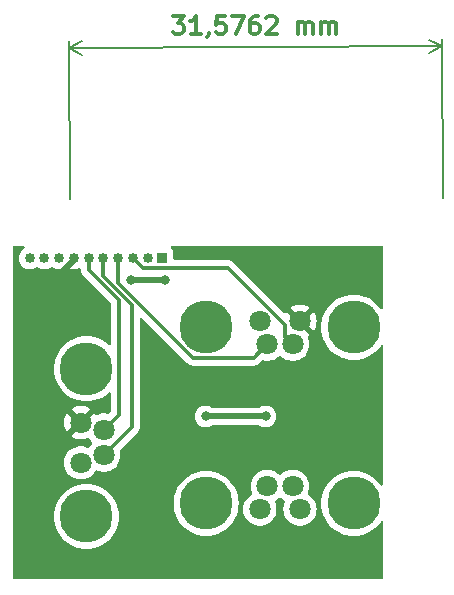
<source format=gbr>
%TF.GenerationSoftware,KiCad,Pcbnew,7.0.8*%
%TF.CreationDate,2023-11-09T12:15:27+01:00*%
%TF.ProjectId,travel_pressure_pcb,74726176-656c-45f7-9072-657373757265,rev?*%
%TF.SameCoordinates,Original*%
%TF.FileFunction,Copper,L2,Bot*%
%TF.FilePolarity,Positive*%
%FSLAX46Y46*%
G04 Gerber Fmt 4.6, Leading zero omitted, Abs format (unit mm)*
G04 Created by KiCad (PCBNEW 7.0.8) date 2023-11-09 12:15:27*
%MOMM*%
%LPD*%
G01*
G04 APERTURE LIST*
%ADD10C,0.300000*%
%TA.AperFunction,NonConductor*%
%ADD11C,0.300000*%
%TD*%
%TA.AperFunction,NonConductor*%
%ADD12C,0.200000*%
%TD*%
%TA.AperFunction,ComponentPad*%
%ADD13C,1.800000*%
%TD*%
%TA.AperFunction,ComponentPad*%
%ADD14C,4.500000*%
%TD*%
%TA.AperFunction,ComponentPad*%
%ADD15R,0.850000X0.850000*%
%TD*%
%TA.AperFunction,ComponentPad*%
%ADD16C,0.850000*%
%TD*%
%TA.AperFunction,ViaPad*%
%ADD17C,0.800000*%
%TD*%
%TA.AperFunction,Conductor*%
%ADD18C,0.500000*%
%TD*%
%TA.AperFunction,Conductor*%
%ADD19C,0.300000*%
%TD*%
G04 APERTURE END LIST*
D10*
D11*
X114057942Y-53257993D02*
X114986507Y-53254486D01*
X114986507Y-53254486D02*
X114488668Y-53827799D01*
X114488668Y-53827799D02*
X114702953Y-53826990D01*
X114702953Y-53826990D02*
X114846079Y-53897878D01*
X114846079Y-53897878D02*
X114917776Y-53969037D01*
X114917776Y-53969037D02*
X114989744Y-54111623D01*
X114989744Y-54111623D02*
X114991093Y-54468763D01*
X114991093Y-54468763D02*
X114920204Y-54611889D01*
X114920204Y-54611889D02*
X114849046Y-54683587D01*
X114849046Y-54683587D02*
X114706459Y-54755554D01*
X114706459Y-54755554D02*
X114277891Y-54757173D01*
X114277891Y-54757173D02*
X114134765Y-54686284D01*
X114134765Y-54686284D02*
X114063067Y-54615126D01*
X116420733Y-54749080D02*
X115563596Y-54752317D01*
X115992164Y-54750699D02*
X115986499Y-53250710D01*
X115986499Y-53250710D02*
X115844452Y-53465533D01*
X115844452Y-53465533D02*
X115702136Y-53608929D01*
X115702136Y-53608929D02*
X115559549Y-53680896D01*
X117134743Y-54674955D02*
X117135013Y-54746383D01*
X117135013Y-54746383D02*
X117064124Y-54889509D01*
X117064124Y-54889509D02*
X116992966Y-54961206D01*
X118486481Y-53241268D02*
X117772201Y-53243966D01*
X117772201Y-53243966D02*
X117703470Y-53958516D01*
X117703470Y-53958516D02*
X117774628Y-53886818D01*
X117774628Y-53886818D02*
X117917215Y-53814851D01*
X117917215Y-53814851D02*
X118274355Y-53813502D01*
X118274355Y-53813502D02*
X118417481Y-53884390D01*
X118417481Y-53884390D02*
X118489179Y-53955549D01*
X118489179Y-53955549D02*
X118561146Y-54098135D01*
X118561146Y-54098135D02*
X118562495Y-54455275D01*
X118562495Y-54455275D02*
X118491607Y-54598401D01*
X118491607Y-54598401D02*
X118420448Y-54670099D01*
X118420448Y-54670099D02*
X118277862Y-54742067D01*
X118277862Y-54742067D02*
X117920722Y-54743415D01*
X117920722Y-54743415D02*
X117777596Y-54672527D01*
X117777596Y-54672527D02*
X117705898Y-54601369D01*
X119057905Y-53239110D02*
X120057898Y-53235334D01*
X120057898Y-53235334D02*
X119420711Y-54737751D01*
X121272175Y-53230748D02*
X120986463Y-53231827D01*
X120986463Y-53231827D02*
X120843876Y-53303794D01*
X120843876Y-53303794D02*
X120772718Y-53375492D01*
X120772718Y-53375492D02*
X120630671Y-53590316D01*
X120630671Y-53590316D02*
X120560322Y-53876298D01*
X120560322Y-53876298D02*
X120562480Y-54447722D01*
X120562480Y-54447722D02*
X120634448Y-54590309D01*
X120634448Y-54590309D02*
X120706145Y-54661467D01*
X120706145Y-54661467D02*
X120849271Y-54732355D01*
X120849271Y-54732355D02*
X121134984Y-54731276D01*
X121134984Y-54731276D02*
X121277570Y-54659309D01*
X121277570Y-54659309D02*
X121348728Y-54587611D01*
X121348728Y-54587611D02*
X121419617Y-54444485D01*
X121419617Y-54444485D02*
X121418268Y-54087345D01*
X121418268Y-54087345D02*
X121346300Y-53944759D01*
X121346300Y-53944759D02*
X121274603Y-53873600D01*
X121274603Y-53873600D02*
X121131477Y-53802712D01*
X121131477Y-53802712D02*
X120845765Y-53803791D01*
X120845765Y-53803791D02*
X120703178Y-53875758D01*
X120703178Y-53875758D02*
X120632020Y-53947456D01*
X120632020Y-53947456D02*
X120561131Y-54090582D01*
X121986995Y-53370906D02*
X122058153Y-53299208D01*
X122058153Y-53299208D02*
X122200739Y-53227241D01*
X122200739Y-53227241D02*
X122557880Y-53225892D01*
X122557880Y-53225892D02*
X122701005Y-53296781D01*
X122701005Y-53296781D02*
X122772703Y-53367939D01*
X122772703Y-53367939D02*
X122844671Y-53510525D01*
X122844671Y-53510525D02*
X122845210Y-53653381D01*
X122845210Y-53653381D02*
X122774592Y-53867935D01*
X122774592Y-53867935D02*
X121920692Y-54728309D01*
X121920692Y-54728309D02*
X122849257Y-54724802D01*
X124634958Y-54718058D02*
X124631181Y-53718066D01*
X124631721Y-53860922D02*
X124702879Y-53789224D01*
X124702879Y-53789224D02*
X124845465Y-53717256D01*
X124845465Y-53717256D02*
X125059749Y-53716447D01*
X125059749Y-53716447D02*
X125202875Y-53787336D01*
X125202875Y-53787336D02*
X125274843Y-53929922D01*
X125274843Y-53929922D02*
X125277810Y-54715631D01*
X125274843Y-53929922D02*
X125345731Y-53786796D01*
X125345731Y-53786796D02*
X125488318Y-53714829D01*
X125488318Y-53714829D02*
X125702602Y-53714019D01*
X125702602Y-53714019D02*
X125845728Y-53784908D01*
X125845728Y-53784908D02*
X125917695Y-53927494D01*
X125917695Y-53927494D02*
X125920663Y-54713203D01*
X126634943Y-54710505D02*
X126631167Y-53710512D01*
X126631706Y-53853369D02*
X126702865Y-53781671D01*
X126702865Y-53781671D02*
X126845451Y-53709703D01*
X126845451Y-53709703D02*
X127059735Y-53708894D01*
X127059735Y-53708894D02*
X127202861Y-53779782D01*
X127202861Y-53779782D02*
X127274829Y-53922369D01*
X127274829Y-53922369D02*
X127277796Y-54708078D01*
X127274829Y-53922369D02*
X127345717Y-53779243D01*
X127345717Y-53779243D02*
X127488304Y-53707275D01*
X127488304Y-53707275D02*
X127702588Y-53706466D01*
X127702588Y-53706466D02*
X127845714Y-53777355D01*
X127845714Y-53777355D02*
X127917681Y-53919941D01*
X127917681Y-53919941D02*
X127920649Y-54705650D01*
D12*
X105328112Y-68707254D02*
X105277578Y-55326419D01*
X136904112Y-68588004D02*
X136853578Y-55207169D01*
X105279792Y-55912835D02*
X136855792Y-55793585D01*
X105279792Y-55912835D02*
X136855792Y-55793585D01*
X105279792Y-55912835D02*
X106404073Y-55322164D01*
X105279792Y-55912835D02*
X106408502Y-56494997D01*
X136855792Y-55793585D02*
X135731511Y-56384256D01*
X136855792Y-55793585D02*
X135727082Y-55211423D01*
D13*
%TO.P,J2,1,1*%
%TO.N,GND*%
X106254000Y-91040000D03*
%TO.P,J2,2,2*%
%TO.N,TRAVEL_FRONT_SENSOR*%
X108204000Y-90415000D03*
%TO.P,J2,3,3*%
%TO.N,+3.3VA*%
X106254000Y-87640000D03*
%TO.P,J2,4,4*%
%TO.N,TRAVEL_REAR_SENSOR*%
X108204000Y-88265000D03*
D14*
%TO.P,J2,MH1,MH1*%
%TO.N,GND*%
X106754000Y-95590000D03*
%TO.P,J2,MH2,MH2*%
X106754000Y-83090000D03*
%TD*%
D13*
%TO.P,J1,1,1*%
%TO.N,GND*%
X124831000Y-94979000D03*
%TO.P,J1,2,2*%
%TO.N,PRESSURE_FRONT_SENSOR*%
X124206000Y-93029000D03*
%TO.P,J1,3,3*%
%TO.N,+5VA*%
X121431000Y-94979000D03*
%TO.P,J1,4,4*%
%TO.N,PRESSURE_REAR_SENSOR*%
X122056000Y-93029000D03*
D14*
%TO.P,J1,MH1,MH1*%
%TO.N,GND*%
X129381000Y-94479000D03*
%TO.P,J1,MH2,MH2*%
X116881000Y-94479000D03*
%TD*%
D13*
%TO.P,J3,1,1*%
%TO.N,GND*%
X121431000Y-79067000D03*
%TO.P,J3,2,2*%
%TO.N,BRAKE_SENSOR_LEFT*%
X122056000Y-81017000D03*
%TO.P,J3,3,3*%
%TO.N,+3.3VA*%
X124831000Y-79067000D03*
%TO.P,J3,4,4*%
%TO.N,BRAKE_SENSOR_RIGHT*%
X124206000Y-81017000D03*
D14*
%TO.P,J3,MH1,MH1*%
%TO.N,GND*%
X116881000Y-79567000D03*
%TO.P,J3,MH2,MH2*%
X129381000Y-79567000D03*
%TD*%
D15*
%TO.P,J4,1,1*%
%TO.N,GND*%
X113186750Y-73729000D03*
D16*
%TO.P,J4,2,2*%
%TO.N,+5VA*%
X111936750Y-73729000D03*
%TO.P,J4,3,3*%
%TO.N,BRAKE_SENSOR_RIGHT*%
X110686750Y-73729000D03*
%TO.P,J4,4,4*%
%TO.N,BRAKE_SENSOR_LEFT*%
X109436750Y-73729000D03*
%TO.P,J4,5,5*%
%TO.N,TRAVEL_FRONT_SENSOR*%
X108186750Y-73729000D03*
%TO.P,J4,6,6*%
%TO.N,TRAVEL_REAR_SENSOR*%
X106936750Y-73729000D03*
%TO.P,J4,7,7*%
%TO.N,+3.3VA*%
X105686750Y-73729000D03*
%TO.P,J4,8,8*%
%TO.N,GND*%
X104436750Y-73729000D03*
%TO.P,J4,9,9*%
%TO.N,PRESSURE_REAR_SENSOR*%
X103186750Y-73729000D03*
%TO.P,J4,10,10*%
%TO.N,PRESSURE_FRONT_SENSOR*%
X101936750Y-73729000D03*
%TD*%
D17*
%TO.N,GND*%
X110490000Y-75565000D03*
X121920000Y-87122000D03*
X113411000Y-75565000D03*
X116840000Y-87122000D03*
%TD*%
D18*
%TO.N,GND*%
X110490000Y-75565000D02*
X113411000Y-75565000D01*
X116840000Y-87122000D02*
X121920000Y-87122000D01*
D19*
%TO.N,TRAVEL_REAR_SENSOR*%
X109474000Y-77251169D02*
X106936750Y-74713919D01*
X109474000Y-86995000D02*
X109474000Y-77251169D01*
X106936750Y-74713919D02*
X106936750Y-73729000D01*
X108204000Y-88265000D02*
X109474000Y-86995000D01*
D18*
%TO.N,+3.3VA*%
X105686750Y-73729000D02*
X105686750Y-73891250D01*
X105686750Y-73891250D02*
X102489000Y-77089000D01*
D19*
%TO.N,TRAVEL_FRONT_SENSOR*%
X108186750Y-75256813D02*
X108186750Y-73729000D01*
X110617000Y-88002000D02*
X110617000Y-77687063D01*
X108204000Y-90415000D02*
X110617000Y-88002000D01*
X110617000Y-77687063D02*
X108186750Y-75256813D01*
%TO.N,BRAKE_SENSOR_LEFT*%
X122056000Y-81017000D02*
X120906000Y-82167000D01*
X109436750Y-75799706D02*
X109436750Y-73729000D01*
X120906000Y-82167000D02*
X115804044Y-82167000D01*
X115804044Y-82167000D02*
X109436750Y-75799706D01*
%TO.N,BRAKE_SENSOR_RIGHT*%
X124206000Y-81017000D02*
X123572222Y-80383222D01*
X118745000Y-74549000D02*
X111506750Y-74549000D01*
X111506750Y-74549000D02*
X110686750Y-73729000D01*
X123572222Y-80383222D02*
X123572222Y-79376222D01*
X123572222Y-79376222D02*
X118745000Y-74549000D01*
%TD*%
%TA.AperFunction,Conductor*%
%TO.N,+3.3VA*%
G36*
X101475781Y-72711785D02*
G01*
X101521536Y-72764589D01*
X101531480Y-72833747D01*
X101502455Y-72897303D01*
X101476392Y-72918821D01*
X101476709Y-72919258D01*
X101471451Y-72923077D01*
X101471451Y-72923078D01*
X101397535Y-72976780D01*
X101314055Y-73037433D01*
X101314052Y-73037435D01*
X101183879Y-73182009D01*
X101086607Y-73350488D01*
X101086606Y-73350489D01*
X101026488Y-73535516D01*
X101006152Y-73729000D01*
X101026488Y-73922483D01*
X101086606Y-74107510D01*
X101086607Y-74107511D01*
X101110843Y-74149488D01*
X101183880Y-74275992D01*
X101229226Y-74326354D01*
X101314052Y-74420564D01*
X101314055Y-74420566D01*
X101314058Y-74420569D01*
X101384211Y-74471538D01*
X101471452Y-74534923D01*
X101512329Y-74553122D01*
X101649179Y-74614051D01*
X101839476Y-74654500D01*
X102034024Y-74654500D01*
X102224321Y-74614051D01*
X102402049Y-74534922D01*
X102488866Y-74471844D01*
X102554670Y-74448366D01*
X102622724Y-74464191D01*
X102634623Y-74471837D01*
X102703506Y-74521884D01*
X102721452Y-74534923D01*
X102762329Y-74553122D01*
X102899179Y-74614051D01*
X103089476Y-74654500D01*
X103284024Y-74654500D01*
X103474321Y-74614051D01*
X103652049Y-74534922D01*
X103738866Y-74471844D01*
X103804670Y-74448366D01*
X103872724Y-74464191D01*
X103884623Y-74471837D01*
X103953506Y-74521884D01*
X103971452Y-74534923D01*
X104012329Y-74553122D01*
X104149179Y-74614051D01*
X104339476Y-74654500D01*
X104534024Y-74654500D01*
X104724321Y-74614051D01*
X104902049Y-74534922D01*
X104989289Y-74471537D01*
X105055095Y-74448057D01*
X105123149Y-74463882D01*
X105135061Y-74471537D01*
X105221700Y-74534484D01*
X105399337Y-74613573D01*
X105399336Y-74613573D01*
X105589529Y-74654000D01*
X105783971Y-74654000D01*
X105974163Y-74613573D01*
X105974166Y-74613572D01*
X106109938Y-74553122D01*
X106179188Y-74543837D01*
X106242465Y-74573465D01*
X106279678Y-74632600D01*
X106284313Y-74662504D01*
X106286250Y-74724121D01*
X106286250Y-74754839D01*
X106286251Y-74754859D01*
X106287168Y-74762125D01*
X106287626Y-74767943D01*
X106289152Y-74816486D01*
X106289153Y-74816489D01*
X106295073Y-74836867D01*
X106299018Y-74855915D01*
X106301678Y-74876973D01*
X106301681Y-74876983D01*
X106319563Y-74922149D01*
X106321455Y-74927677D01*
X106335004Y-74974314D01*
X106335005Y-74974316D01*
X106345810Y-74992585D01*
X106354367Y-75010053D01*
X106359976Y-75024219D01*
X106362182Y-75029791D01*
X106390733Y-75069089D01*
X106393938Y-75073968D01*
X106418669Y-75115784D01*
X106418673Y-75115788D01*
X106433675Y-75130790D01*
X106446313Y-75145588D01*
X106458783Y-75162752D01*
X106458786Y-75162755D01*
X106458787Y-75162756D01*
X106496226Y-75193728D01*
X106500526Y-75197641D01*
X107652033Y-76349148D01*
X108787181Y-77484296D01*
X108820666Y-77545619D01*
X108823500Y-77571977D01*
X108823500Y-80970343D01*
X108803815Y-81037382D01*
X108751011Y-81083137D01*
X108681853Y-81093081D01*
X108618297Y-81064056D01*
X108611819Y-81058024D01*
X108581255Y-81027460D01*
X108319326Y-80822251D01*
X108319318Y-80822246D01*
X108034557Y-80650102D01*
X107731123Y-80513537D01*
X107731116Y-80513534D01*
X107731104Y-80513530D01*
X107413449Y-80414546D01*
X107413445Y-80414545D01*
X107413441Y-80414544D01*
X107086142Y-80354564D01*
X107086141Y-80354563D01*
X107086136Y-80354563D01*
X106754000Y-80334473D01*
X106421863Y-80354563D01*
X106421858Y-80354564D01*
X106094559Y-80414544D01*
X106094556Y-80414544D01*
X106094550Y-80414546D01*
X105776895Y-80513530D01*
X105776879Y-80513536D01*
X105776877Y-80513537D01*
X105672081Y-80560702D01*
X105473447Y-80650100D01*
X105473445Y-80650101D01*
X105188673Y-80822251D01*
X104926744Y-81027460D01*
X104691460Y-81262744D01*
X104486251Y-81524673D01*
X104486246Y-81524682D01*
X104314102Y-81809443D01*
X104225235Y-82006898D01*
X104177536Y-82112880D01*
X104177530Y-82112895D01*
X104078546Y-82430550D01*
X104078544Y-82430556D01*
X104078544Y-82430559D01*
X104046525Y-82605282D01*
X104018563Y-82757863D01*
X103998473Y-83090000D01*
X104018563Y-83422136D01*
X104018563Y-83422141D01*
X104018564Y-83422142D01*
X104078544Y-83749441D01*
X104078545Y-83749445D01*
X104078546Y-83749449D01*
X104177530Y-84067104D01*
X104177534Y-84067116D01*
X104177537Y-84067123D01*
X104314102Y-84370557D01*
X104486246Y-84655318D01*
X104486251Y-84655326D01*
X104691460Y-84917255D01*
X104926744Y-85152539D01*
X105188673Y-85357748D01*
X105188678Y-85357751D01*
X105188682Y-85357754D01*
X105473443Y-85529898D01*
X105776877Y-85666463D01*
X105776890Y-85666467D01*
X105776895Y-85666469D01*
X105988665Y-85732458D01*
X106094559Y-85765456D01*
X106421858Y-85825436D01*
X106754000Y-85845527D01*
X107086142Y-85825436D01*
X107413441Y-85765456D01*
X107731123Y-85666463D01*
X108034557Y-85529898D01*
X108319318Y-85357754D01*
X108581252Y-85152542D01*
X108581255Y-85152539D01*
X108611819Y-85121976D01*
X108673142Y-85088491D01*
X108742834Y-85093475D01*
X108798767Y-85135347D01*
X108823184Y-85200811D01*
X108823500Y-85209657D01*
X108823500Y-86674191D01*
X108803815Y-86741230D01*
X108787181Y-86761873D01*
X108676200Y-86872853D01*
X108614877Y-86906337D01*
X108554243Y-86902806D01*
X108553951Y-86903960D01*
X108548987Y-86902703D01*
X108547321Y-86902425D01*
X108320049Y-86864500D01*
X108087951Y-86864500D01*
X108042164Y-86872140D01*
X107859015Y-86902702D01*
X107639505Y-86978061D01*
X107639487Y-86978068D01*
X107632272Y-86981973D01*
X107563942Y-86996562D01*
X107498572Y-86971894D01*
X107469455Y-86940735D01*
X107405186Y-86842364D01*
X106856546Y-87391004D01*
X106846812Y-87361044D01*
X106758814Y-87222381D01*
X106639097Y-87109960D01*
X106504489Y-87035958D01*
X107052799Y-86487648D01*
X107052799Y-86487647D01*
X107022349Y-86463949D01*
X106818302Y-86353523D01*
X106818293Y-86353520D01*
X106598860Y-86278188D01*
X106370007Y-86240000D01*
X106137993Y-86240000D01*
X105909139Y-86278188D01*
X105689706Y-86353520D01*
X105689698Y-86353523D01*
X105485644Y-86463952D01*
X105455200Y-86487646D01*
X105455200Y-86487647D01*
X106006466Y-87038913D01*
X105938371Y-87065874D01*
X105805508Y-87162405D01*
X105700825Y-87288945D01*
X105652368Y-87391921D01*
X105102812Y-86842365D01*
X105018516Y-86971391D01*
X105018514Y-86971395D01*
X104925317Y-87183864D01*
X104868361Y-87408781D01*
X104849202Y-87639994D01*
X104849202Y-87640005D01*
X104868361Y-87871218D01*
X104925317Y-88096135D01*
X105018516Y-88308609D01*
X105102811Y-88437633D01*
X105651452Y-87888993D01*
X105661188Y-87918956D01*
X105749186Y-88057619D01*
X105868903Y-88170040D01*
X106003510Y-88244041D01*
X105455199Y-88792351D01*
X105485650Y-88816050D01*
X105689697Y-88926476D01*
X105689706Y-88926479D01*
X105909139Y-89001811D01*
X106137993Y-89040000D01*
X106370007Y-89040000D01*
X106598860Y-89001811D01*
X106818294Y-88926479D01*
X106824995Y-88922853D01*
X106893322Y-88908253D01*
X106958696Y-88932912D01*
X106987828Y-88964082D01*
X107095021Y-89128153D01*
X107169464Y-89209020D01*
X107212728Y-89256018D01*
X107243650Y-89318672D01*
X107235790Y-89388098D01*
X107212728Y-89423982D01*
X107095017Y-89551850D01*
X106988102Y-89715496D01*
X106934956Y-89760853D01*
X106865724Y-89770276D01*
X106825281Y-89756731D01*
X106818513Y-89753068D01*
X106818495Y-89753061D01*
X106598984Y-89677702D01*
X106427282Y-89649050D01*
X106370049Y-89639500D01*
X106137951Y-89639500D01*
X106092164Y-89647140D01*
X105909015Y-89677702D01*
X105689504Y-89753061D01*
X105689495Y-89753064D01*
X105485371Y-89863531D01*
X105485365Y-89863535D01*
X105302222Y-90006081D01*
X105302219Y-90006084D01*
X105145016Y-90176852D01*
X105018075Y-90371151D01*
X104924842Y-90583699D01*
X104867866Y-90808691D01*
X104867864Y-90808702D01*
X104848700Y-91039993D01*
X104848700Y-91040006D01*
X104867864Y-91271297D01*
X104867866Y-91271308D01*
X104924842Y-91496300D01*
X105018075Y-91708848D01*
X105145016Y-91903147D01*
X105145019Y-91903151D01*
X105145021Y-91903153D01*
X105302216Y-92073913D01*
X105302219Y-92073915D01*
X105302222Y-92073918D01*
X105485365Y-92216464D01*
X105485371Y-92216468D01*
X105485374Y-92216470D01*
X105689497Y-92326936D01*
X105786249Y-92360151D01*
X105909015Y-92402297D01*
X105909017Y-92402297D01*
X105909019Y-92402298D01*
X106137951Y-92440500D01*
X106137952Y-92440500D01*
X106370048Y-92440500D01*
X106370049Y-92440500D01*
X106598981Y-92402298D01*
X106818503Y-92326936D01*
X107022626Y-92216470D01*
X107029332Y-92211251D01*
X107135091Y-92128935D01*
X107205784Y-92073913D01*
X107362979Y-91903153D01*
X107363382Y-91902537D01*
X107407803Y-91834544D01*
X107469896Y-91739503D01*
X107523042Y-91694147D01*
X107592274Y-91684723D01*
X107632721Y-91698270D01*
X107639484Y-91701930D01*
X107639491Y-91701932D01*
X107639497Y-91701936D01*
X107748929Y-91739504D01*
X107859015Y-91777297D01*
X107859017Y-91777297D01*
X107859019Y-91777298D01*
X108087951Y-91815500D01*
X108087952Y-91815500D01*
X108320048Y-91815500D01*
X108320049Y-91815500D01*
X108548981Y-91777298D01*
X108768503Y-91701936D01*
X108972626Y-91591470D01*
X109155784Y-91448913D01*
X109312979Y-91278153D01*
X109439924Y-91083849D01*
X109533157Y-90871300D01*
X109590134Y-90646305D01*
X109590135Y-90646297D01*
X109609300Y-90415006D01*
X109609300Y-90414993D01*
X109590135Y-90183702D01*
X109590133Y-90183691D01*
X109559968Y-90064572D01*
X109562593Y-89994752D01*
X109592491Y-89946453D01*
X111016513Y-88522431D01*
X111029079Y-88512365D01*
X111028925Y-88512178D01*
X111034937Y-88507204D01*
X111034937Y-88507203D01*
X111034940Y-88507202D01*
X111084190Y-88454755D01*
X111105911Y-88433035D01*
X111110401Y-88427245D01*
X111114183Y-88422815D01*
X111147448Y-88387393D01*
X111157674Y-88368790D01*
X111168353Y-88352533D01*
X111181362Y-88335764D01*
X111200656Y-88291175D01*
X111203212Y-88285956D01*
X111226627Y-88243368D01*
X111231905Y-88222806D01*
X111238207Y-88204399D01*
X111246635Y-88184927D01*
X111254233Y-88136953D01*
X111255414Y-88131247D01*
X111267500Y-88084177D01*
X111267500Y-88062949D01*
X111269027Y-88043549D01*
X111272346Y-88022595D01*
X111267775Y-87974238D01*
X111267500Y-87968400D01*
X111267500Y-87122000D01*
X115934540Y-87122000D01*
X115954326Y-87310256D01*
X115954327Y-87310259D01*
X116012818Y-87490277D01*
X116012821Y-87490284D01*
X116107467Y-87654216D01*
X116131708Y-87681138D01*
X116234129Y-87794888D01*
X116387265Y-87906148D01*
X116387270Y-87906151D01*
X116560192Y-87983142D01*
X116560197Y-87983144D01*
X116745354Y-88022500D01*
X116745355Y-88022500D01*
X116934644Y-88022500D01*
X116934646Y-88022500D01*
X117119803Y-87983144D01*
X117292730Y-87906151D01*
X117294776Y-87904664D01*
X117306452Y-87896182D01*
X117372258Y-87872702D01*
X117379337Y-87872500D01*
X121380663Y-87872500D01*
X121447702Y-87892185D01*
X121453548Y-87896182D01*
X121467265Y-87906148D01*
X121467270Y-87906151D01*
X121640192Y-87983142D01*
X121640197Y-87983144D01*
X121825354Y-88022500D01*
X121825355Y-88022500D01*
X122014644Y-88022500D01*
X122014646Y-88022500D01*
X122199803Y-87983144D01*
X122372730Y-87906151D01*
X122525871Y-87794888D01*
X122652533Y-87654216D01*
X122747179Y-87490284D01*
X122805674Y-87310256D01*
X122825460Y-87122000D01*
X122805674Y-86933744D01*
X122747179Y-86753716D01*
X122652533Y-86589784D01*
X122525871Y-86449112D01*
X122525870Y-86449111D01*
X122372734Y-86337851D01*
X122372729Y-86337848D01*
X122199807Y-86260857D01*
X122199802Y-86260855D01*
X122054001Y-86229865D01*
X122014646Y-86221500D01*
X121825354Y-86221500D01*
X121792897Y-86228398D01*
X121640197Y-86260855D01*
X121640192Y-86260857D01*
X121467270Y-86337848D01*
X121467265Y-86337851D01*
X121453548Y-86347818D01*
X121387742Y-86371298D01*
X121380663Y-86371500D01*
X117379337Y-86371500D01*
X117312298Y-86351815D01*
X117306452Y-86347818D01*
X117292734Y-86337851D01*
X117292729Y-86337848D01*
X117119807Y-86260857D01*
X117119802Y-86260855D01*
X116974001Y-86229865D01*
X116934646Y-86221500D01*
X116745354Y-86221500D01*
X116712897Y-86228398D01*
X116560197Y-86260855D01*
X116560192Y-86260857D01*
X116387270Y-86337848D01*
X116387265Y-86337851D01*
X116234129Y-86449111D01*
X116107466Y-86589785D01*
X116012821Y-86753715D01*
X116012818Y-86753722D01*
X115964378Y-86902806D01*
X115954326Y-86933744D01*
X115934540Y-87122000D01*
X111267500Y-87122000D01*
X111267500Y-78849764D01*
X111287185Y-78782725D01*
X111339989Y-78736970D01*
X111409147Y-78727026D01*
X111472703Y-78756051D01*
X111479181Y-78762083D01*
X115283608Y-82566510D01*
X115293679Y-82579080D01*
X115293866Y-82578926D01*
X115298840Y-82584937D01*
X115298842Y-82584940D01*
X115318298Y-82603210D01*
X115351287Y-82634190D01*
X115373010Y-82655912D01*
X115378802Y-82660405D01*
X115383242Y-82664198D01*
X115399304Y-82679280D01*
X115418651Y-82697448D01*
X115437242Y-82707668D01*
X115453507Y-82718352D01*
X115470278Y-82731361D01*
X115470281Y-82731363D01*
X115514871Y-82750658D01*
X115520100Y-82753220D01*
X115562676Y-82776627D01*
X115583237Y-82781905D01*
X115601641Y-82788207D01*
X115621118Y-82796636D01*
X115655436Y-82802071D01*
X115669098Y-82804235D01*
X115674808Y-82805417D01*
X115721867Y-82817500D01*
X115743089Y-82817500D01*
X115762486Y-82819026D01*
X115783449Y-82822347D01*
X115831816Y-82817774D01*
X115837653Y-82817500D01*
X120820495Y-82817500D01*
X120836505Y-82819267D01*
X120836528Y-82819026D01*
X120844289Y-82819758D01*
X120844296Y-82819760D01*
X120916203Y-82817500D01*
X120946925Y-82817500D01*
X120954190Y-82816581D01*
X120960016Y-82816122D01*
X121008569Y-82814597D01*
X121028956Y-82808673D01*
X121047996Y-82804731D01*
X121069058Y-82802071D01*
X121114235Y-82784183D01*
X121119735Y-82782300D01*
X121166398Y-82768744D01*
X121184665Y-82757939D01*
X121202136Y-82749380D01*
X121221871Y-82741568D01*
X121261177Y-82713010D01*
X121266043Y-82709813D01*
X121307865Y-82685081D01*
X121322870Y-82670075D01*
X121337668Y-82657436D01*
X121339766Y-82655912D01*
X121354837Y-82644963D01*
X121385809Y-82607522D01*
X121389723Y-82603221D01*
X121583800Y-82409144D01*
X121645121Y-82375661D01*
X121705753Y-82379202D01*
X121706048Y-82378040D01*
X121711011Y-82379296D01*
X121711015Y-82379296D01*
X121711019Y-82379298D01*
X121939951Y-82417500D01*
X121939952Y-82417500D01*
X122172048Y-82417500D01*
X122172049Y-82417500D01*
X122400981Y-82379298D01*
X122620503Y-82303936D01*
X122824626Y-82193470D01*
X123007784Y-82050913D01*
X123039771Y-82016165D01*
X123099657Y-81980176D01*
X123169495Y-81982276D01*
X123222228Y-82016164D01*
X123254216Y-82050913D01*
X123254219Y-82050915D01*
X123254222Y-82050918D01*
X123437365Y-82193464D01*
X123437371Y-82193468D01*
X123437374Y-82193470D01*
X123641497Y-82303936D01*
X123695648Y-82322526D01*
X123861015Y-82379297D01*
X123861017Y-82379297D01*
X123861019Y-82379298D01*
X124089951Y-82417500D01*
X124089952Y-82417500D01*
X124322048Y-82417500D01*
X124322049Y-82417500D01*
X124550981Y-82379298D01*
X124770503Y-82303936D01*
X124974626Y-82193470D01*
X125157784Y-82050913D01*
X125314979Y-81880153D01*
X125441924Y-81685849D01*
X125535157Y-81473300D01*
X125592134Y-81248305D01*
X125601850Y-81131052D01*
X125611300Y-81017006D01*
X125611300Y-81016993D01*
X125592135Y-80785702D01*
X125592133Y-80785691D01*
X125557797Y-80650102D01*
X125535157Y-80560700D01*
X125480720Y-80436598D01*
X125471818Y-80367299D01*
X125501795Y-80304187D01*
X125535261Y-80277734D01*
X125599342Y-80243056D01*
X125599349Y-80243051D01*
X125629798Y-80219351D01*
X125078533Y-79668086D01*
X125146629Y-79641126D01*
X125279492Y-79544595D01*
X125384175Y-79418055D01*
X125432631Y-79315079D01*
X125982186Y-79864634D01*
X126066484Y-79735606D01*
X126159682Y-79523135D01*
X126216638Y-79298218D01*
X126235798Y-79067005D01*
X126235798Y-79066994D01*
X126216638Y-78835781D01*
X126159682Y-78610864D01*
X126066483Y-78398390D01*
X125982186Y-78269364D01*
X125433546Y-78818004D01*
X125423812Y-78788044D01*
X125335814Y-78649381D01*
X125216097Y-78536960D01*
X125081489Y-78462958D01*
X125629799Y-77914648D01*
X125629799Y-77914647D01*
X125599349Y-77890949D01*
X125395302Y-77780523D01*
X125395293Y-77780520D01*
X125175860Y-77705188D01*
X124947007Y-77667000D01*
X124714993Y-77667000D01*
X124486139Y-77705188D01*
X124266706Y-77780520D01*
X124266698Y-77780523D01*
X124062644Y-77890952D01*
X124032200Y-77914646D01*
X124032200Y-77914647D01*
X124583466Y-78465913D01*
X124515371Y-78492874D01*
X124382508Y-78589405D01*
X124277825Y-78715945D01*
X124229368Y-78818921D01*
X123679811Y-78269364D01*
X123646954Y-78319658D01*
X123593808Y-78365015D01*
X123524576Y-78374439D01*
X123461240Y-78344937D01*
X123455464Y-78339518D01*
X119265434Y-74149488D01*
X119255361Y-74136914D01*
X119255174Y-74137070D01*
X119250201Y-74131059D01*
X119197756Y-74081810D01*
X119176035Y-74060089D01*
X119170240Y-74055594D01*
X119165798Y-74051799D01*
X119130396Y-74018554D01*
X119130388Y-74018548D01*
X119111792Y-74008325D01*
X119095531Y-73997644D01*
X119078763Y-73984637D01*
X119055295Y-73974482D01*
X119034178Y-73965343D01*
X119028956Y-73962786D01*
X118986368Y-73939373D01*
X118986365Y-73939372D01*
X118965801Y-73934092D01*
X118947396Y-73927790D01*
X118927927Y-73919365D01*
X118927921Y-73919363D01*
X118879951Y-73911766D01*
X118874236Y-73910582D01*
X118857772Y-73906355D01*
X118827180Y-73898500D01*
X118827177Y-73898500D01*
X118805955Y-73898500D01*
X118786555Y-73896973D01*
X118765596Y-73893653D01*
X118765595Y-73893653D01*
X118741786Y-73895903D01*
X118717230Y-73898225D01*
X118711392Y-73898500D01*
X114236250Y-73898500D01*
X114169211Y-73878815D01*
X114123456Y-73826011D01*
X114112250Y-73774500D01*
X114112249Y-73256129D01*
X114112248Y-73256123D01*
X114105841Y-73196516D01*
X114055547Y-73061671D01*
X114055543Y-73061664D01*
X113969297Y-72946455D01*
X113927768Y-72915366D01*
X113885898Y-72859432D01*
X113880914Y-72789740D01*
X113914400Y-72728418D01*
X113975724Y-72694933D01*
X114002080Y-72692100D01*
X131755500Y-72692100D01*
X131822539Y-72711785D01*
X131868294Y-72764589D01*
X131879500Y-72816100D01*
X131879500Y-77938573D01*
X131859815Y-78005612D01*
X131807011Y-78051367D01*
X131737853Y-78061311D01*
X131674297Y-78032286D01*
X131651008Y-78004654D01*
X131650871Y-78004750D01*
X131649886Y-78003322D01*
X131649390Y-78002734D01*
X131649356Y-78002678D01*
X131648754Y-78001682D01*
X131599311Y-77938573D01*
X131443539Y-77739744D01*
X131208255Y-77504460D01*
X130946326Y-77299251D01*
X130946318Y-77299246D01*
X130661557Y-77127102D01*
X130358123Y-76990537D01*
X130358116Y-76990534D01*
X130358104Y-76990530D01*
X130040449Y-76891546D01*
X130040445Y-76891545D01*
X130040441Y-76891544D01*
X129713142Y-76831564D01*
X129713141Y-76831563D01*
X129713136Y-76831563D01*
X129381000Y-76811473D01*
X129048863Y-76831563D01*
X129048858Y-76831564D01*
X128721559Y-76891544D01*
X128721556Y-76891544D01*
X128721550Y-76891546D01*
X128403895Y-76990530D01*
X128403879Y-76990536D01*
X128403877Y-76990537D01*
X128210656Y-77077498D01*
X128100447Y-77127100D01*
X128100445Y-77127101D01*
X127815673Y-77299251D01*
X127553744Y-77504460D01*
X127318460Y-77739744D01*
X127113251Y-78001673D01*
X127094261Y-78033087D01*
X126941102Y-78286443D01*
X126804750Y-78589405D01*
X126804536Y-78589880D01*
X126804530Y-78589895D01*
X126705546Y-78907550D01*
X126705544Y-78907556D01*
X126705544Y-78907559D01*
X126676325Y-79067000D01*
X126645563Y-79234863D01*
X126625473Y-79567000D01*
X126645563Y-79899136D01*
X126645563Y-79899141D01*
X126645564Y-79899142D01*
X126705544Y-80226441D01*
X126705545Y-80226445D01*
X126705546Y-80226449D01*
X126804530Y-80544104D01*
X126804534Y-80544116D01*
X126804537Y-80544123D01*
X126941102Y-80847557D01*
X127111463Y-81129369D01*
X127113251Y-81132326D01*
X127318460Y-81394255D01*
X127553744Y-81629539D01*
X127815673Y-81834748D01*
X127815678Y-81834751D01*
X127815682Y-81834754D01*
X128100443Y-82006898D01*
X128403877Y-82143463D01*
X128403890Y-82143467D01*
X128403895Y-82143469D01*
X128564337Y-82193464D01*
X128721559Y-82242456D01*
X129048858Y-82302436D01*
X129381000Y-82322527D01*
X129713142Y-82302436D01*
X130040441Y-82242456D01*
X130358123Y-82143463D01*
X130661557Y-82006898D01*
X130946318Y-81834754D01*
X131208252Y-81629542D01*
X131443542Y-81394252D01*
X131648754Y-81132318D01*
X131649385Y-81131274D01*
X131649627Y-81131052D01*
X131650871Y-81129250D01*
X131651057Y-81129378D01*
X131651065Y-81129369D01*
X131651224Y-81129493D01*
X131651284Y-81129535D01*
X131700911Y-81084089D01*
X131769770Y-81072250D01*
X131834099Y-81099519D01*
X131873473Y-81157237D01*
X131879500Y-81195426D01*
X131879500Y-92850573D01*
X131859815Y-92917612D01*
X131807011Y-92963367D01*
X131737853Y-92973311D01*
X131674297Y-92944286D01*
X131651008Y-92916654D01*
X131650871Y-92916750D01*
X131649886Y-92915322D01*
X131649390Y-92914734D01*
X131649275Y-92914544D01*
X131648754Y-92913682D01*
X131602437Y-92854563D01*
X131443539Y-92651744D01*
X131208255Y-92416460D01*
X130946326Y-92211251D01*
X130871227Y-92165852D01*
X130661557Y-92039102D01*
X130358123Y-91902537D01*
X130358116Y-91902534D01*
X130358104Y-91902530D01*
X130040449Y-91803546D01*
X130040445Y-91803545D01*
X130040441Y-91803544D01*
X129713142Y-91743564D01*
X129713141Y-91743563D01*
X129713136Y-91743563D01*
X129381000Y-91723473D01*
X129048863Y-91743563D01*
X129048858Y-91743564D01*
X128721559Y-91803544D01*
X128721556Y-91803544D01*
X128721550Y-91803546D01*
X128403895Y-91902530D01*
X128403879Y-91902536D01*
X128403877Y-91902537D01*
X128210656Y-91989498D01*
X128121036Y-92029834D01*
X128100443Y-92039102D01*
X128042859Y-92073913D01*
X127815673Y-92211251D01*
X127553744Y-92416460D01*
X127318460Y-92651744D01*
X127113251Y-92913673D01*
X126941101Y-93198445D01*
X126941100Y-93198447D01*
X126804536Y-93501880D01*
X126804530Y-93501895D01*
X126705546Y-93819550D01*
X126705544Y-93819556D01*
X126705544Y-93819559D01*
X126682541Y-93945081D01*
X126645563Y-94146863D01*
X126625473Y-94479000D01*
X126645563Y-94811136D01*
X126645563Y-94811141D01*
X126645564Y-94811142D01*
X126705544Y-95138441D01*
X126705545Y-95138445D01*
X126705546Y-95138449D01*
X126804530Y-95456104D01*
X126804534Y-95456116D01*
X126804537Y-95456123D01*
X126941102Y-95759557D01*
X127111463Y-96041369D01*
X127113251Y-96044326D01*
X127318460Y-96306255D01*
X127553744Y-96541539D01*
X127815673Y-96746748D01*
X127815678Y-96746751D01*
X127815682Y-96746754D01*
X128100443Y-96918898D01*
X128403877Y-97055463D01*
X128403890Y-97055467D01*
X128403895Y-97055469D01*
X128615665Y-97121458D01*
X128721559Y-97154456D01*
X129048858Y-97214436D01*
X129381000Y-97234527D01*
X129713142Y-97214436D01*
X130040441Y-97154456D01*
X130358123Y-97055463D01*
X130661557Y-96918898D01*
X130946318Y-96746754D01*
X131208252Y-96541542D01*
X131443542Y-96306252D01*
X131648754Y-96044318D01*
X131649385Y-96043274D01*
X131649627Y-96043052D01*
X131650871Y-96041250D01*
X131651057Y-96041378D01*
X131651065Y-96041369D01*
X131651224Y-96041493D01*
X131651284Y-96041535D01*
X131700911Y-95996089D01*
X131769770Y-95984250D01*
X131834099Y-96011519D01*
X131873473Y-96069237D01*
X131879500Y-96107426D01*
X131879500Y-100767500D01*
X131859815Y-100834539D01*
X131807011Y-100880294D01*
X131755500Y-100891500D01*
X100622500Y-100891500D01*
X100555461Y-100871815D01*
X100509706Y-100819011D01*
X100498500Y-100767500D01*
X100498500Y-95590000D01*
X103998473Y-95590000D01*
X104018563Y-95922136D01*
X104018563Y-95922141D01*
X104018564Y-95922142D01*
X104078544Y-96249441D01*
X104078545Y-96249445D01*
X104078546Y-96249449D01*
X104177530Y-96567104D01*
X104177534Y-96567116D01*
X104177537Y-96567123D01*
X104314102Y-96870557D01*
X104485723Y-97154453D01*
X104486251Y-97155326D01*
X104691460Y-97417255D01*
X104926744Y-97652539D01*
X105188673Y-97857748D01*
X105188678Y-97857751D01*
X105188682Y-97857754D01*
X105473443Y-98029898D01*
X105776877Y-98166463D01*
X105776890Y-98166467D01*
X105776895Y-98166469D01*
X105988665Y-98232458D01*
X106094559Y-98265456D01*
X106421858Y-98325436D01*
X106754000Y-98345527D01*
X107086142Y-98325436D01*
X107413441Y-98265456D01*
X107731123Y-98166463D01*
X108034557Y-98029898D01*
X108319318Y-97857754D01*
X108581252Y-97652542D01*
X108816542Y-97417252D01*
X109021754Y-97155318D01*
X109193898Y-96870557D01*
X109330463Y-96567123D01*
X109429456Y-96249441D01*
X109489436Y-95922142D01*
X109509527Y-95590000D01*
X109489436Y-95257858D01*
X109429456Y-94930559D01*
X109372474Y-94747695D01*
X109330469Y-94612895D01*
X109330467Y-94612890D01*
X109330463Y-94612877D01*
X109270210Y-94479000D01*
X114125473Y-94479000D01*
X114145563Y-94811136D01*
X114145563Y-94811141D01*
X114145564Y-94811142D01*
X114205544Y-95138441D01*
X114205545Y-95138445D01*
X114205546Y-95138449D01*
X114304530Y-95456104D01*
X114304534Y-95456116D01*
X114304537Y-95456123D01*
X114441102Y-95759557D01*
X114611463Y-96041369D01*
X114613251Y-96044326D01*
X114818460Y-96306255D01*
X115053744Y-96541539D01*
X115315673Y-96746748D01*
X115315678Y-96746751D01*
X115315682Y-96746754D01*
X115600443Y-96918898D01*
X115903877Y-97055463D01*
X115903890Y-97055467D01*
X115903895Y-97055469D01*
X116115665Y-97121458D01*
X116221559Y-97154456D01*
X116548858Y-97214436D01*
X116881000Y-97234527D01*
X117213142Y-97214436D01*
X117540441Y-97154456D01*
X117858123Y-97055463D01*
X118161557Y-96918898D01*
X118446318Y-96746754D01*
X118708252Y-96541542D01*
X118943542Y-96306252D01*
X119148754Y-96044318D01*
X119320898Y-95759557D01*
X119457463Y-95456123D01*
X119556456Y-95138441D01*
X119585674Y-94979006D01*
X120025700Y-94979006D01*
X120044864Y-95210297D01*
X120044866Y-95210308D01*
X120101842Y-95435300D01*
X120195075Y-95647848D01*
X120322016Y-95842147D01*
X120322019Y-95842151D01*
X120322021Y-95842153D01*
X120479216Y-96012913D01*
X120479219Y-96012915D01*
X120479222Y-96012918D01*
X120662365Y-96155464D01*
X120662371Y-96155468D01*
X120662374Y-96155470D01*
X120866497Y-96265936D01*
X120980487Y-96305068D01*
X121086015Y-96341297D01*
X121086017Y-96341297D01*
X121086019Y-96341298D01*
X121314951Y-96379500D01*
X121314952Y-96379500D01*
X121547048Y-96379500D01*
X121547049Y-96379500D01*
X121775981Y-96341298D01*
X121995503Y-96265936D01*
X122199626Y-96155470D01*
X122382784Y-96012913D01*
X122539979Y-95842153D01*
X122666924Y-95647849D01*
X122760157Y-95435300D01*
X122817134Y-95210305D01*
X122836300Y-94979000D01*
X122836300Y-94978993D01*
X122817135Y-94747702D01*
X122817133Y-94747691D01*
X122815712Y-94742082D01*
X122760157Y-94522700D01*
X122705921Y-94399056D01*
X122697019Y-94329759D01*
X122726996Y-94266646D01*
X122760455Y-94240197D01*
X122824626Y-94205470D01*
X123007784Y-94062913D01*
X123039771Y-94028165D01*
X123099657Y-93992176D01*
X123169495Y-93994276D01*
X123222228Y-94028164D01*
X123254216Y-94062913D01*
X123254219Y-94062915D01*
X123254222Y-94062918D01*
X123437365Y-94205464D01*
X123437376Y-94205471D01*
X123501538Y-94240194D01*
X123551129Y-94289414D01*
X123566237Y-94357630D01*
X123556077Y-94399059D01*
X123501842Y-94522699D01*
X123444866Y-94747691D01*
X123444864Y-94747702D01*
X123425700Y-94978993D01*
X123425700Y-94979006D01*
X123444864Y-95210297D01*
X123444866Y-95210308D01*
X123501842Y-95435300D01*
X123595075Y-95647848D01*
X123722016Y-95842147D01*
X123722019Y-95842151D01*
X123722021Y-95842153D01*
X123879216Y-96012913D01*
X123879219Y-96012915D01*
X123879222Y-96012918D01*
X124062365Y-96155464D01*
X124062371Y-96155468D01*
X124062374Y-96155470D01*
X124266497Y-96265936D01*
X124380487Y-96305068D01*
X124486015Y-96341297D01*
X124486017Y-96341297D01*
X124486019Y-96341298D01*
X124714951Y-96379500D01*
X124714952Y-96379500D01*
X124947048Y-96379500D01*
X124947049Y-96379500D01*
X125175981Y-96341298D01*
X125395503Y-96265936D01*
X125599626Y-96155470D01*
X125782784Y-96012913D01*
X125939979Y-95842153D01*
X126066924Y-95647849D01*
X126160157Y-95435300D01*
X126217134Y-95210305D01*
X126236300Y-94979000D01*
X126236300Y-94978993D01*
X126217135Y-94747702D01*
X126217133Y-94747691D01*
X126160157Y-94522699D01*
X126066924Y-94310151D01*
X125939983Y-94115852D01*
X125939980Y-94115849D01*
X125939979Y-94115847D01*
X125782784Y-93945087D01*
X125782779Y-93945083D01*
X125782777Y-93945081D01*
X125599634Y-93802535D01*
X125599623Y-93802528D01*
X125535460Y-93767804D01*
X125485870Y-93718584D01*
X125470763Y-93650367D01*
X125480923Y-93608940D01*
X125535157Y-93485300D01*
X125592134Y-93260305D01*
X125597260Y-93198443D01*
X125611300Y-93029006D01*
X125611300Y-93028993D01*
X125592135Y-92797702D01*
X125592133Y-92797691D01*
X125535157Y-92572699D01*
X125441924Y-92360151D01*
X125314983Y-92165852D01*
X125314980Y-92165849D01*
X125314979Y-92165847D01*
X125157784Y-91995087D01*
X125157779Y-91995083D01*
X125157777Y-91995081D01*
X124974634Y-91852535D01*
X124974628Y-91852531D01*
X124770504Y-91742064D01*
X124770495Y-91742061D01*
X124550984Y-91666702D01*
X124379282Y-91638050D01*
X124322049Y-91628500D01*
X124089951Y-91628500D01*
X124044164Y-91636140D01*
X123861015Y-91666702D01*
X123641504Y-91742061D01*
X123641495Y-91742064D01*
X123437371Y-91852531D01*
X123308114Y-91953136D01*
X123254216Y-91995087D01*
X123254213Y-91995089D01*
X123254212Y-91995091D01*
X123222229Y-92029834D01*
X123162341Y-92065824D01*
X123092503Y-92063723D01*
X123039771Y-92029834D01*
X123036721Y-92026521D01*
X123007784Y-91995087D01*
X122878524Y-91894480D01*
X122824628Y-91852531D01*
X122620504Y-91742064D01*
X122620495Y-91742061D01*
X122400984Y-91666702D01*
X122229282Y-91638050D01*
X122172049Y-91628500D01*
X121939951Y-91628500D01*
X121894164Y-91636140D01*
X121711015Y-91666702D01*
X121491504Y-91742061D01*
X121491495Y-91742064D01*
X121287371Y-91852531D01*
X121287365Y-91852535D01*
X121104222Y-91995081D01*
X121104219Y-91995084D01*
X121104216Y-91995086D01*
X121104216Y-91995087D01*
X121063698Y-92039102D01*
X120947016Y-92165852D01*
X120820075Y-92360151D01*
X120726842Y-92572699D01*
X120669866Y-92797691D01*
X120669864Y-92797702D01*
X120650700Y-93028993D01*
X120650700Y-93029006D01*
X120669864Y-93260297D01*
X120669866Y-93260308D01*
X120726842Y-93485300D01*
X120781076Y-93608940D01*
X120789979Y-93678240D01*
X120760002Y-93741352D01*
X120726539Y-93767804D01*
X120662376Y-93802528D01*
X120662365Y-93802535D01*
X120479222Y-93945081D01*
X120479219Y-93945084D01*
X120322016Y-94115852D01*
X120195075Y-94310151D01*
X120101842Y-94522699D01*
X120044866Y-94747691D01*
X120044864Y-94747702D01*
X120025700Y-94978993D01*
X120025700Y-94979006D01*
X119585674Y-94979006D01*
X119616436Y-94811142D01*
X119636527Y-94479000D01*
X119616436Y-94146858D01*
X119556456Y-93819559D01*
X119465435Y-93527460D01*
X119457469Y-93501895D01*
X119457467Y-93501890D01*
X119457463Y-93501877D01*
X119320898Y-93198443D01*
X119148754Y-92913682D01*
X119148749Y-92913675D01*
X119148748Y-92913673D01*
X118943539Y-92651744D01*
X118708255Y-92416460D01*
X118446326Y-92211251D01*
X118371227Y-92165852D01*
X118161557Y-92039102D01*
X117858123Y-91902537D01*
X117858116Y-91902534D01*
X117858104Y-91902530D01*
X117540449Y-91803546D01*
X117540445Y-91803545D01*
X117540441Y-91803544D01*
X117213142Y-91743564D01*
X117213141Y-91743563D01*
X117213136Y-91743563D01*
X116881000Y-91723473D01*
X116548863Y-91743563D01*
X116548858Y-91743564D01*
X116221559Y-91803544D01*
X116221556Y-91803544D01*
X116221550Y-91803546D01*
X115903895Y-91902530D01*
X115903879Y-91902536D01*
X115903877Y-91902537D01*
X115710656Y-91989498D01*
X115621036Y-92029834D01*
X115600443Y-92039102D01*
X115542859Y-92073913D01*
X115315673Y-92211251D01*
X115053744Y-92416460D01*
X114818460Y-92651744D01*
X114613251Y-92913673D01*
X114441101Y-93198445D01*
X114441100Y-93198447D01*
X114304536Y-93501880D01*
X114304530Y-93501895D01*
X114205546Y-93819550D01*
X114205544Y-93819556D01*
X114205544Y-93819559D01*
X114182541Y-93945081D01*
X114145563Y-94146863D01*
X114125473Y-94479000D01*
X109270210Y-94479000D01*
X109193898Y-94309443D01*
X109021754Y-94024682D01*
X109021751Y-94024678D01*
X109021748Y-94024673D01*
X108816539Y-93762744D01*
X108581255Y-93527460D01*
X108319326Y-93322251D01*
X108319318Y-93322246D01*
X108034557Y-93150102D01*
X107731123Y-93013537D01*
X107731116Y-93013534D01*
X107731104Y-93013530D01*
X107413449Y-92914546D01*
X107413445Y-92914545D01*
X107413441Y-92914544D01*
X107086142Y-92854564D01*
X107086141Y-92854563D01*
X107086136Y-92854563D01*
X106754000Y-92834473D01*
X106421863Y-92854563D01*
X106421858Y-92854564D01*
X106094559Y-92914544D01*
X106094556Y-92914544D01*
X106094550Y-92914546D01*
X105776895Y-93013530D01*
X105776879Y-93013536D01*
X105776877Y-93013537D01*
X105583656Y-93100498D01*
X105473447Y-93150100D01*
X105473445Y-93150101D01*
X105188673Y-93322251D01*
X104926744Y-93527460D01*
X104691460Y-93762744D01*
X104486251Y-94024673D01*
X104431135Y-94115847D01*
X104355965Y-94240194D01*
X104314101Y-94309445D01*
X104314100Y-94309447D01*
X104177536Y-94612880D01*
X104177530Y-94612895D01*
X104078546Y-94930550D01*
X104018563Y-95257863D01*
X103998473Y-95590000D01*
X100498500Y-95590000D01*
X100498500Y-72816100D01*
X100518185Y-72749061D01*
X100570989Y-72703306D01*
X100622500Y-72692100D01*
X101408742Y-72692100D01*
X101475781Y-72711785D01*
G37*
%TD.AperFunction*%
%TD*%
M02*

</source>
